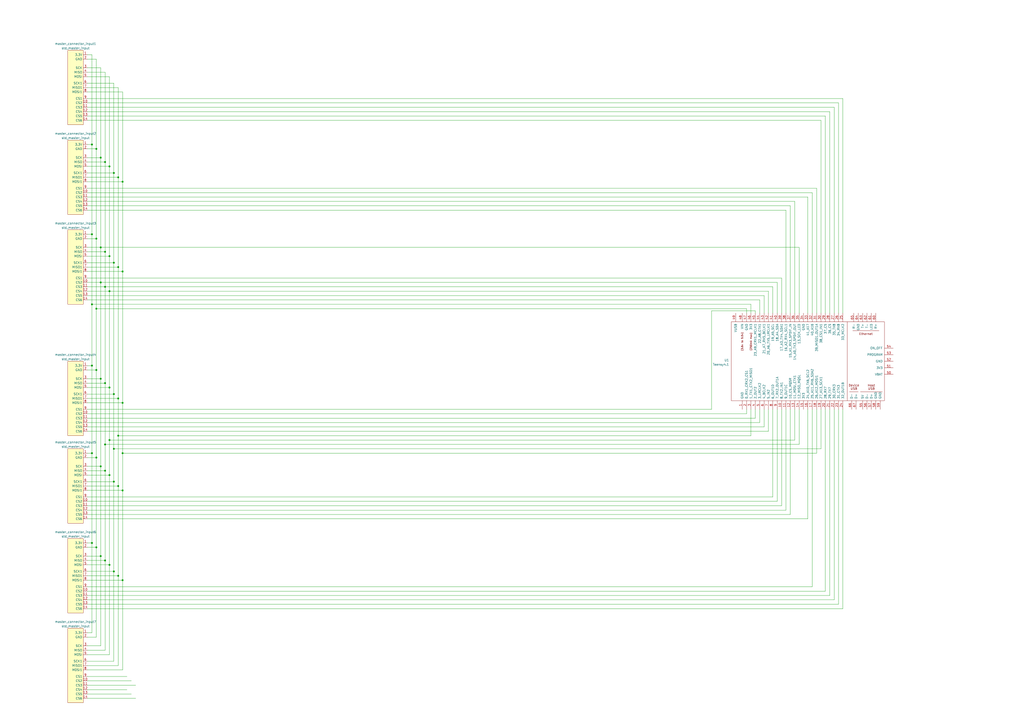
<source format=kicad_sch>
(kicad_sch (version 20230121) (generator eeschema)
  (paper "A2")
  (lib_symbols
    (symbol "BMP581_symbol:std_master_input"
      (property "Reference" "master_connector_input" (at -1.27 25.4 0))
      (property "Value" "std_master_input" (at 0 -21.59 0))
      (symbol "std_master_input_1_1"
        (rectangle (start -5.08 24.13) (end 3.81 -19.05) (fill (type background)))
        (pin input line (at 6.35 21.59 180) (length 2.54) (name "3.3V") (number "1"))
        (pin input line (at 6.35 -6.35 180) (length 2.54) (name "CS2") (number "10"))
        (pin input line (at 6.35 -8.89 180) (length 2.54) (name "CS3") (number "11"))
        (pin input line (at 6.35 -11.43 180) (length 2.54) (name "CS4") (number "12"))
        (pin input line (at 6.35 -13.97 180) (length 2.54) (name "CS5") (number "13"))
        (pin input line (at 6.35 -16.51 180) (length 2.54) (name "CS6") (number "14"))
        (pin input line (at 6.35 19.05 180) (length 2.54) (name "GND") (number "2"))
        (pin input line (at 6.35 13.97 180) (length 2.54) (name "SCK") (number "3"))
        (pin input line (at 6.35 11.43 180) (length 2.54) (name "MISO") (number "4"))
        (pin input line (at 6.35 8.89 180) (length 2.54) (name "MOSI") (number "5"))
        (pin input line (at 6.35 5.08 180) (length 2.54) (name "SCK1") (number "6"))
        (pin input line (at 6.35 2.54 180) (length 2.54) (name "MISO1") (number "7"))
        (pin input line (at 6.35 0 180) (length 2.54) (name "MOSI1") (number "8"))
        (pin input line (at 6.35 -3.81 180) (length 2.54) (name "CS1") (number "9"))
      )
    )
    (symbol "teensy:Teensy4.1" (pin_names (offset 1.016))
      (property "Reference" "U" (at 0 64.77 0))
      (property "Value" "Teensy4.1" (at 0 62.23 0))
      (symbol "Teensy4.1_0_0"
        (polyline (pts (xy -22.86 -6.35) (xy 22.86 -6.35)))
        (polyline (pts (xy -17.78 -26.67) (xy -17.78 -13.97)))
        (polyline (pts (xy -17.78 -7.62) (xy -17.78 -12.7)))
        (polyline (pts (xy 17.78 -9.525) (xy 17.78 -24.765)))
        (text "(250mA max)" (at 11.43 49.53 0) (effects (font (size 1.016 1.016))))
        (text "(3.6v to 5.5v)" (at 11.43 54.61 0) (effects (font (size 1.016 1.016))))
        (text "Device" (at -13.97 -10.16 900) (effects (font (size 1.27 1.27))))
        (text "Ethernet" (at 15.875 -17.145 900) (effects (font (size 1.27 1.27))))
        (text "Host" (at -13.97 -20.32 900) (effects (font (size 1.27 1.27))))
        (text "USB" (at -15.875 -20.32 900) (effects (font (size 1.27 1.27))))
        (text "USB" (at -15.875 -10.16 900) (effects (font (size 1.27 1.27))))
        (pin bidirectional line (at -27.94 31.75 0) (length 5.08) (name "8_TX2_IN1") (number "10"))
        (pin bidirectional line (at -27.94 29.21 0) (length 5.08) (name "9_OUT1C") (number "11"))
        (pin bidirectional line (at -27.94 26.67 0) (length 5.08) (name "10_CS_MQSR") (number "12"))
        (pin bidirectional line (at -27.94 24.13 0) (length 5.08) (name "11_MOSI_CTX1") (number "13"))
        (pin bidirectional line (at -27.94 21.59 0) (length 5.08) (name "12_MISO_MQSL") (number "14"))
        (pin power_in line (at -27.94 19.05 0) (length 5.08) (name "3V3") (number "15"))
        (pin bidirectional line (at -27.94 16.51 0) (length 5.08) (name "24_A10_TX6_SCL2") (number "16"))
        (pin bidirectional line (at -27.94 13.97 0) (length 5.08) (name "25_A11_RX6_SDA2") (number "17"))
        (pin bidirectional line (at -27.94 11.43 0) (length 5.08) (name "26_A12_MOSI1") (number "18"))
        (pin bidirectional line (at -27.94 8.89 0) (length 5.08) (name "27_A13_SCK1") (number "19"))
        (pin bidirectional line (at -27.94 6.35 0) (length 5.08) (name "28_RX7") (number "20"))
        (pin bidirectional line (at -27.94 3.81 0) (length 5.08) (name "29_TX7") (number "21"))
        (pin bidirectional line (at -27.94 1.27 0) (length 5.08) (name "30_CRX3") (number "22"))
        (pin bidirectional line (at -27.94 -1.27 0) (length 5.08) (name "31_CTX3") (number "23"))
        (pin bidirectional line (at -27.94 -3.81 0) (length 5.08) (name "32_OUT1B") (number "24"))
        (pin bidirectional line (at 27.94 -3.81 180) (length 5.08) (name "33_MCLK2") (number "25"))
        (pin bidirectional line (at 27.94 -1.27 180) (length 5.08) (name "34_RX8") (number "26"))
        (pin bidirectional line (at 27.94 1.27 180) (length 5.08) (name "35_TX8") (number "27"))
        (pin bidirectional line (at 27.94 3.81 180) (length 5.08) (name "36_CS") (number "28"))
        (pin bidirectional line (at 27.94 6.35 180) (length 5.08) (name "37_CS") (number "29"))
        (pin bidirectional line (at 27.94 8.89 180) (length 5.08) (name "38_CS1_IN1") (number "30"))
        (pin bidirectional line (at 27.94 11.43 180) (length 5.08) (name "39_MISO1_OUT1A") (number "31"))
        (pin bidirectional line (at 27.94 13.97 180) (length 5.08) (name "40_A16") (number "32"))
        (pin bidirectional line (at 27.94 16.51 180) (length 5.08) (name "41_A17") (number "33"))
        (pin bidirectional line (at 27.94 21.59 180) (length 5.08) (name "13_SCK_LED") (number "35"))
        (pin bidirectional line (at 27.94 24.13 180) (length 5.08) (name "14_A0_TX3_SPDIF_OUT") (number "36"))
        (pin bidirectional line (at 27.94 26.67 180) (length 5.08) (name "15_A1_RX3_SPDIF_IN") (number "37"))
        (pin bidirectional line (at 27.94 29.21 180) (length 5.08) (name "16_A2_RX4_SCL1") (number "38"))
        (pin bidirectional line (at 27.94 31.75 180) (length 5.08) (name "17_A3_TX4_SDA1") (number "39"))
        (pin bidirectional line (at 27.94 34.29 180) (length 5.08) (name "18_A4_SDA") (number "40"))
        (pin bidirectional line (at 27.94 36.83 180) (length 5.08) (name "19_A5_SCL") (number "41"))
        (pin bidirectional line (at 27.94 39.37 180) (length 5.08) (name "20_A6_TX5_LRCLK1") (number "42"))
        (pin bidirectional line (at 27.94 41.91 180) (length 5.08) (name "21_A7_RX5_BCLK1") (number "43"))
        (pin bidirectional line (at 27.94 44.45 180) (length 5.08) (name "22_A8_CTX1") (number "44"))
        (pin bidirectional line (at 27.94 46.99 180) (length 5.08) (name "23_A9_CRX1_MCLK1") (number "45"))
        (pin output line (at 27.94 49.53 180) (length 5.08) (name "3V3") (number "46"))
        (pin output line (at 27.94 52.07 180) (length 5.08) (name "GND") (number "47"))
        (pin power_in line (at 27.94 54.61 180) (length 5.08) (name "VIN") (number "48"))
        (pin power_out line (at 27.94 58.42 180) (length 5.08) (name "VUSB") (number "49"))
        (pin bidirectional line (at -27.94 44.45 0) (length 5.08) (name "3_LRCLK2") (number "5"))
        (pin power_in line (at -7.62 -33.02 90) (length 5.08) (name "VBAT") (number "50"))
        (pin power_in line (at -3.81 -33.02 90) (length 5.08) (name "3V3") (number "51"))
        (pin input line (at 0 -33.02 90) (length 5.08) (name "GND") (number "52"))
        (pin input line (at 3.81 -33.02 90) (length 5.08) (name "PROGRAM") (number "53"))
        (pin input line (at 7.62 -33.02 90) (length 5.08) (name "ON_OFF") (number "54"))
        (pin power_out line (at -27.94 -15.24 0) (length 5.08) (name "5V") (number "55"))
        (pin bidirectional line (at -27.94 -17.78 0) (length 5.08) (name "D-") (number "56"))
        (pin bidirectional line (at -27.94 -20.32 0) (length 5.08) (name "D+") (number "57"))
        (pin power_in line (at -27.94 -22.86 0) (length 5.08) (name "GND") (number "58"))
        (pin power_in line (at -27.94 -25.4 0) (length 5.08) (name "GND") (number "59"))
        (pin bidirectional line (at -27.94 41.91 0) (length 5.08) (name "4_BCLK2") (number "6"))
        (pin bidirectional line (at 27.94 -22.86 180) (length 5.08) (name "R+") (number "60"))
        (pin bidirectional line (at 27.94 -20.32 180) (length 5.08) (name "LED") (number "61"))
        (pin bidirectional line (at 27.94 -17.78 180) (length 5.08) (name "T-") (number "62"))
        (pin bidirectional line (at 27.94 -15.24 180) (length 5.08) (name "T+") (number "63"))
        (pin power_in line (at 27.94 -12.7 180) (length 5.08) (name "GND") (number "64"))
        (pin bidirectional line (at 27.94 -10.16 180) (length 5.08) (name "R-") (number "65"))
        (pin bidirectional line (at -27.94 -8.89 0) (length 5.08) (name "D-") (number "66"))
        (pin bidirectional line (at -27.94 -11.43 0) (length 5.08) (name "D+") (number "67"))
        (pin bidirectional line (at -27.94 39.37 0) (length 5.08) (name "5_IN2") (number "7"))
        (pin bidirectional line (at -27.94 36.83 0) (length 5.08) (name "6_OUT1D") (number "8"))
        (pin bidirectional line (at -27.94 34.29 0) (length 5.08) (name "7_RX2_OUT1A") (number "9"))
      )
      (symbol "Teensy4.1_0_1"
        (rectangle (start -22.86 60.96) (end 22.86 -27.94))
        (rectangle (start -20.32 -1.27) (end -20.32 -1.27))
      )
      (symbol "Teensy4.1_1_1"
        (pin power_in line (at -27.94 54.61 0) (length 5.08) (name "GND") (number "1"))
        (pin bidirectional line (at -27.94 52.07 0) (length 5.08) (name "0_RX1_CRX2_CS1") (number "2"))
        (pin bidirectional line (at -27.94 49.53 0) (length 5.08) (name "1_TX1_CTX2_MISO1") (number "3"))
        (pin power_in line (at 27.94 19.05 180) (length 5.08) (name "GND") (number "34"))
        (pin bidirectional line (at -27.94 46.99 0) (length 5.08) (name "2_OUT2") (number "4"))
      )
    )
  )
  (junction (at 53.34 83.82))
  (junction (at 63.5 224.79))
  (junction (at 71.12 233.68))
  (junction (at 60.96 325.12))
  (junction (at 66.04 279.4))
  (junction (at 63.5 255.27))
  (junction (at 66.04 260.35))
  (junction (at 60.96 146.05))
  (junction (at 60.96 257.81))
  (junction (at 58.42 219.71))
  (junction (at 66.04 100.33))
  (junction (at 53.34 314.96))
  (junction (at 58.42 270.51))
  (junction (at 68.58 154.94))
  (junction (at 55.88 265.43))
  (junction (at 66.04 228.6))
  (junction (at 60.96 93.98))
  (junction (at 53.34 135.89))
  (junction (at 63.5 275.59))
  (junction (at 63.5 96.52))
  (junction (at 53.34 262.89))
  (junction (at 63.5 327.66))
  (junction (at 58.42 163.83))
  (junction (at 60.96 273.05))
  (junction (at 68.58 281.94))
  (junction (at 53.34 176.53))
  (junction (at 68.58 334.01))
  (junction (at 55.88 138.43))
  (junction (at 53.34 212.09))
  (junction (at 71.12 105.41))
  (junction (at 60.96 166.37))
  (junction (at 55.88 317.5))
  (junction (at 55.88 86.36))
  (junction (at 55.88 179.07))
  (junction (at 71.12 336.55))
  (junction (at 66.04 331.47))
  (junction (at 68.58 231.14))
  (junction (at 71.12 284.48))
  (junction (at 71.12 262.89))
  (junction (at 66.04 152.4))
  (junction (at 63.5 148.59))
  (junction (at 58.42 143.51))
  (junction (at 55.88 214.63))
  (junction (at 68.58 252.73))
  (junction (at 71.12 157.48))
  (junction (at 58.42 91.44))
  (junction (at 58.42 322.58))
  (junction (at 63.5 168.91))
  (junction (at 60.96 222.25))
  (junction (at 68.58 102.87))
  (wire (pts (xy 58.42 219.71) (xy 50.8 219.71)))
  (wire (pts (xy 50.8 62.23) (xy 483.87 62.23)))
  (wire (pts (xy 53.34 135.89) (xy 53.34 176.53)))
  (wire (pts (xy 71.12 105.41) (xy 50.8 105.41)))
  (wire (pts (xy 50.8 342.9) (xy 478.79 342.9)))
  (wire (pts (xy 463.55 257.81) (xy 60.96 257.81)))
  (wire (pts (xy 55.88 179.07) (xy 55.88 214.63)))
  (wire (pts (xy 483.87 237.49) (xy 483.87 347.98)))
  (wire (pts (xy 50.8 369.57) (xy 55.88 369.57)))
  (wire (pts (xy 55.88 317.5) (xy 50.8 317.5)))
  (wire (pts (xy 50.8 397.51) (xy 78.74 397.51)))
  (wire (pts (xy 50.8 242.57) (xy 438.15 242.57)))
  (wire (pts (xy 58.42 91.44) (xy 58.42 39.37)))
  (wire (pts (xy 66.04 152.4) (xy 66.04 228.6)))
  (wire (pts (xy 58.42 39.37) (xy 50.8 39.37)))
  (wire (pts (xy 453.39 237.49) (xy 453.39 293.37)))
  (wire (pts (xy 50.8 166.37) (xy 60.96 166.37)))
  (wire (pts (xy 50.8 250.19) (xy 445.77 250.19)))
  (wire (pts (xy 71.12 53.34) (xy 71.12 105.41)))
  (wire (pts (xy 458.47 237.49) (xy 458.47 298.45)))
  (wire (pts (xy 63.5 168.91) (xy 63.5 148.59)))
  (wire (pts (xy 50.8 290.83) (xy 450.85 290.83)))
  (wire (pts (xy 68.58 334.01) (xy 50.8 334.01)))
  (wire (pts (xy 55.88 138.43) (xy 50.8 138.43)))
  (wire (pts (xy 53.34 262.89) (xy 53.34 314.96)))
  (wire (pts (xy 481.33 181.61) (xy 481.33 64.77)))
  (wire (pts (xy 433.07 240.03) (xy 433.07 237.49)))
  (wire (pts (xy 66.04 48.26) (xy 66.04 100.33)))
  (wire (pts (xy 71.12 157.48) (xy 50.8 157.48)))
  (wire (pts (xy 66.04 100.33) (xy 50.8 100.33)))
  (wire (pts (xy 53.34 176.53) (xy 435.61 176.53)))
  (wire (pts (xy 463.55 143.51) (xy 58.42 143.51)))
  (wire (pts (xy 50.8 109.22) (xy 473.71 109.22)))
  (wire (pts (xy 435.61 181.61) (xy 435.61 176.53)))
  (wire (pts (xy 71.12 262.89) (xy 71.12 284.48)))
  (wire (pts (xy 60.96 166.37) (xy 448.31 166.37)))
  (wire (pts (xy 63.5 327.66) (xy 50.8 327.66)))
  (wire (pts (xy 55.88 86.36) (xy 55.88 34.29)))
  (wire (pts (xy 483.87 181.61) (xy 483.87 62.23)))
  (wire (pts (xy 50.8 48.26) (xy 66.04 48.26)))
  (wire (pts (xy 71.12 157.48) (xy 71.12 233.68)))
  (wire (pts (xy 66.04 331.47) (xy 66.04 383.54)))
  (wire (pts (xy 60.96 273.05) (xy 60.96 325.12)))
  (wire (pts (xy 63.5 224.79) (xy 63.5 168.91)))
  (wire (pts (xy 50.8 293.37) (xy 453.39 293.37)))
  (wire (pts (xy 450.85 290.83) (xy 450.85 237.49)))
  (wire (pts (xy 50.8 161.29) (xy 453.39 161.29)))
  (wire (pts (xy 50.8 353.06) (xy 488.95 353.06)))
  (wire (pts (xy 55.88 34.29) (xy 50.8 34.29)))
  (wire (pts (xy 50.8 119.38) (xy 458.47 119.38)))
  (wire (pts (xy 443.23 247.65) (xy 443.23 237.49)))
  (wire (pts (xy 63.5 255.27) (xy 63.5 275.59)))
  (wire (pts (xy 476.25 260.35) (xy 66.04 260.35)))
  (wire (pts (xy 471.17 237.49) (xy 471.17 340.36)))
  (wire (pts (xy 50.8 59.69) (xy 486.41 59.69)))
  (wire (pts (xy 71.12 284.48) (xy 71.12 336.55)))
  (wire (pts (xy 463.55 181.61) (xy 463.55 143.51)))
  (wire (pts (xy 50.8 237.49) (xy 412.75 237.49)))
  (wire (pts (xy 63.5 96.52) (xy 63.5 44.45)))
  (wire (pts (xy 53.34 212.09) (xy 53.34 262.89)))
  (wire (pts (xy 461.01 237.49) (xy 461.01 255.27)))
  (wire (pts (xy 58.42 374.65) (xy 58.42 322.58)))
  (wire (pts (xy 71.12 388.62) (xy 50.8 388.62)))
  (wire (pts (xy 71.12 233.68) (xy 50.8 233.68)))
  (wire (pts (xy 58.42 219.71) (xy 58.42 163.83)))
  (wire (pts (xy 448.31 181.61) (xy 448.31 166.37)))
  (wire (pts (xy 50.8 67.31) (xy 478.79 67.31)))
  (wire (pts (xy 50.8 121.92) (xy 455.93 121.92)))
  (wire (pts (xy 68.58 252.73) (xy 68.58 281.94)))
  (wire (pts (xy 438.15 242.57) (xy 438.15 237.49)))
  (wire (pts (xy 455.93 181.61) (xy 455.93 121.92)))
  (wire (pts (xy 68.58 231.14) (xy 50.8 231.14)))
  (wire (pts (xy 440.69 237.49) (xy 440.69 245.11)))
  (wire (pts (xy 68.58 102.87) (xy 50.8 102.87)))
  (wire (pts (xy 50.8 69.85) (xy 476.25 69.85)))
  (wire (pts (xy 60.96 325.12) (xy 50.8 325.12)))
  (wire (pts (xy 60.96 166.37) (xy 60.96 146.05)))
  (wire (pts (xy 78.74 405.13) (xy 50.8 405.13)))
  (wire (pts (xy 60.96 93.98) (xy 50.8 93.98)))
  (wire (pts (xy 50.8 111.76) (xy 471.17 111.76)))
  (wire (pts (xy 50.8 379.73) (xy 63.5 379.73)))
  (wire (pts (xy 63.5 148.59) (xy 50.8 148.59)))
  (wire (pts (xy 68.58 154.94) (xy 68.58 231.14)))
  (wire (pts (xy 50.8 350.52) (xy 486.41 350.52)))
  (wire (pts (xy 68.58 334.01) (xy 68.58 281.94)))
  (wire (pts (xy 58.42 322.58) (xy 58.42 270.51)))
  (wire (pts (xy 68.58 154.94) (xy 50.8 154.94)))
  (wire (pts (xy 60.96 377.19) (xy 50.8 377.19)))
  (wire (pts (xy 53.34 31.75) (xy 53.34 83.82)))
  (wire (pts (xy 53.34 212.09) (xy 50.8 212.09)))
  (wire (pts (xy 50.8 245.11) (xy 440.69 245.11)))
  (wire (pts (xy 66.04 279.4) (xy 50.8 279.4)))
  (wire (pts (xy 71.12 284.48) (xy 50.8 284.48)))
  (wire (pts (xy 63.5 168.91) (xy 445.77 168.91)))
  (wire (pts (xy 63.5 275.59) (xy 63.5 327.66)))
  (wire (pts (xy 58.42 270.51) (xy 58.42 219.71)))
  (wire (pts (xy 53.34 262.89) (xy 50.8 262.89)))
  (wire (pts (xy 66.04 152.4) (xy 50.8 152.4)))
  (wire (pts (xy 76.2 402.59) (xy 50.8 402.59)))
  (wire (pts (xy 68.58 252.73) (xy 68.58 231.14)))
  (wire (pts (xy 68.58 154.94) (xy 68.58 102.87)))
  (wire (pts (xy 468.63 237.49) (xy 468.63 300.99)))
  (wire (pts (xy 53.34 367.03) (xy 50.8 367.03)))
  (wire (pts (xy 55.88 179.07) (xy 55.88 138.43)))
  (wire (pts (xy 450.85 163.83) (xy 450.85 181.61)))
  (wire (pts (xy 55.88 86.36) (xy 50.8 86.36)))
  (wire (pts (xy 53.34 83.82) (xy 53.34 135.89)))
  (wire (pts (xy 448.31 237.49) (xy 448.31 288.29)))
  (wire (pts (xy 50.8 116.84) (xy 461.01 116.84)))
  (wire (pts (xy 73.66 400.05) (xy 50.8 400.05)))
  (wire (pts (xy 478.79 237.49) (xy 478.79 342.9)))
  (wire (pts (xy 60.96 146.05) (xy 50.8 146.05)))
  (wire (pts (xy 461.01 181.61) (xy 461.01 116.84)))
  (wire (pts (xy 60.96 41.91) (xy 60.96 93.98)))
  (wire (pts (xy 63.5 96.52) (xy 50.8 96.52)))
  (wire (pts (xy 471.17 111.76) (xy 471.17 181.61)))
  (wire (pts (xy 50.8 64.77) (xy 481.33 64.77)))
  (wire (pts (xy 412.75 180.34) (xy 412.75 237.49)))
  (wire (pts (xy 66.04 279.4) (xy 66.04 331.47)))
  (wire (pts (xy 481.33 345.44) (xy 481.33 237.49)))
  (wire (pts (xy 486.41 181.61) (xy 486.41 59.69)))
  (wire (pts (xy 435.61 252.73) (xy 435.61 237.49)))
  (wire (pts (xy 66.04 228.6) (xy 66.04 260.35)))
  (wire (pts (xy 50.8 53.34) (xy 71.12 53.34)))
  (wire (pts (xy 60.96 257.81) (xy 60.96 273.05)))
  (wire (pts (xy 68.58 281.94) (xy 50.8 281.94)))
  (wire (pts (xy 445.77 168.91) (xy 445.77 181.61)))
  (wire (pts (xy 58.42 143.51) (xy 58.42 91.44)))
  (wire (pts (xy 55.88 265.43) (xy 50.8 265.43)))
  (wire (pts (xy 53.34 83.82) (xy 50.8 83.82)))
  (wire (pts (xy 476.25 237.49) (xy 476.25 260.35)))
  (wire (pts (xy 60.96 273.05) (xy 50.8 273.05)))
  (wire (pts (xy 473.71 181.61) (xy 473.71 109.22)))
  (wire (pts (xy 412.75 180.34) (xy 438.15 180.34)))
  (wire (pts (xy 443.23 181.61) (xy 443.23 171.45)))
  (wire (pts (xy 60.96 222.25) (xy 50.8 222.25)))
  (wire (pts (xy 58.42 322.58) (xy 50.8 322.58)))
  (wire (pts (xy 50.8 394.97) (xy 76.2 394.97)))
  (wire (pts (xy 55.88 214.63) (xy 50.8 214.63)))
  (wire (pts (xy 50.8 300.99) (xy 468.63 300.99)))
  (wire (pts (xy 461.01 255.27) (xy 63.5 255.27)))
  (wire (pts (xy 66.04 331.47) (xy 50.8 331.47)))
  (wire (pts (xy 50.8 163.83) (xy 58.42 163.83)))
  (wire (pts (xy 63.5 148.59) (xy 63.5 96.52)))
  (wire (pts (xy 486.41 350.52) (xy 486.41 237.49)))
  (wire (pts (xy 55.88 179.07) (xy 433.07 179.07)))
  (wire (pts (xy 60.96 222.25) (xy 60.96 257.81)))
  (wire (pts (xy 463.55 237.49) (xy 463.55 257.81)))
  (wire (pts (xy 66.04 100.33) (xy 66.04 152.4)))
  (wire (pts (xy 71.12 105.41) (xy 71.12 157.48)))
  (wire (pts (xy 50.8 57.15) (xy 488.95 57.15)))
  (wire (pts (xy 63.5 379.73) (xy 63.5 327.66)))
  (wire (pts (xy 53.34 314.96) (xy 50.8 314.96)))
  (wire (pts (xy 50.8 392.43) (xy 73.66 392.43)))
  (wire (pts (xy 66.04 383.54) (xy 50.8 383.54)))
  (wire (pts (xy 58.42 163.83) (xy 58.42 143.51)))
  (wire (pts (xy 63.5 224.79) (xy 50.8 224.79)))
  (wire (pts (xy 71.12 336.55) (xy 50.8 336.55)))
  (wire (pts (xy 453.39 181.61) (xy 453.39 161.29)))
  (wire (pts (xy 50.8 386.08) (xy 68.58 386.08)))
  (wire (pts (xy 60.96 166.37) (xy 60.96 222.25)))
  (wire (pts (xy 433.07 181.61) (xy 433.07 179.07)))
  (wire (pts (xy 440.69 173.99) (xy 440.69 181.61)))
  (wire (pts (xy 68.58 386.08) (xy 68.58 334.01)))
  (wire (pts (xy 455.93 295.91) (xy 455.93 237.49)))
  (wire (pts (xy 55.88 265.43) (xy 55.88 214.63)))
  (wire (pts (xy 71.12 336.55) (xy 71.12 388.62)))
  (wire (pts (xy 50.8 345.44) (xy 481.33 345.44)))
  (wire (pts (xy 488.95 181.61) (xy 488.95 57.15)))
  (wire (pts (xy 50.8 340.36) (xy 471.17 340.36)))
  (wire (pts (xy 68.58 252.73) (xy 435.61 252.73)))
  (wire (pts (xy 50.8 374.65) (xy 58.42 374.65)))
  (wire (pts (xy 58.42 270.51) (xy 50.8 270.51)))
  (wire (pts (xy 50.8 240.03) (xy 433.07 240.03)))
  (wire (pts (xy 50.8 347.98) (xy 483.87 347.98)))
  (wire (pts (xy 53.34 314.96) (xy 53.34 367.03)))
  (wire (pts (xy 58.42 143.51) (xy 50.8 143.51)))
  (wire (pts (xy 63.5 275.59) (xy 50.8 275.59)))
  (wire (pts (xy 66.04 260.35) (xy 66.04 279.4)))
  (wire (pts (xy 50.8 31.75) (xy 53.34 31.75)))
  (wire (pts (xy 50.8 247.65) (xy 443.23 247.65)))
  (wire (pts (xy 58.42 163.83) (xy 450.85 163.83)))
  (wire (pts (xy 50.8 41.91) (xy 60.96 41.91)))
  (wire (pts (xy 50.8 295.91) (xy 455.93 295.91)))
  (wire (pts (xy 473.71 237.49) (xy 473.71 262.89)))
  (wire (pts (xy 53.34 176.53) (xy 53.34 212.09)))
  (wire (pts (xy 488.95 237.49) (xy 488.95 353.06)))
  (wire (pts (xy 63.5 44.45) (xy 50.8 44.45)))
  (wire (pts (xy 55.88 369.57) (xy 55.88 317.5)))
  (wire (pts (xy 55.88 317.5) (xy 55.88 265.43)))
  (wire (pts (xy 438.15 181.61) (xy 438.15 180.34)))
  (wire (pts (xy 66.04 228.6) (xy 50.8 228.6)))
  (wire (pts (xy 458.47 119.38) (xy 458.47 181.61)))
  (wire (pts (xy 445.77 237.49) (xy 445.77 250.19)))
  (wire (pts (xy 50.8 114.3) (xy 468.63 114.3)))
  (wire (pts (xy 473.71 262.89) (xy 71.12 262.89)))
  (wire (pts (xy 468.63 181.61) (xy 468.63 114.3)))
  (wire (pts (xy 63.5 224.79) (xy 63.5 255.27)))
  (wire (pts (xy 60.96 325.12) (xy 60.96 377.19)))
  (wire (pts (xy 476.25 69.85) (xy 476.25 181.61)))
  (wire (pts (xy 50.8 288.29) (xy 448.31 288.29)))
  (wire (pts (xy 55.88 138.43) (xy 55.88 86.36)))
  (wire (pts (xy 50.8 298.45) (xy 458.47 298.45)))
  (wire (pts (xy 71.12 233.68) (xy 71.12 262.89)))
  (wire (pts (xy 53.34 135.89) (xy 50.8 135.89)))
  (wire (pts (xy 50.8 171.45) (xy 443.23 171.45)))
  (wire (pts (xy 68.58 50.8) (xy 50.8 50.8)))
  (wire (pts (xy 68.58 102.87) (xy 68.58 50.8)))
  (wire (pts (xy 60.96 93.98) (xy 60.96 146.05)))
  (wire (pts (xy 478.79 67.31) (xy 478.79 181.61)))
  (wire (pts (xy 50.8 173.99) (xy 440.69 173.99)))
  (wire (pts (xy 63.5 168.91) (xy 50.8 168.91)))
  (wire (pts (xy 58.42 91.44) (xy 50.8 91.44)))
  (symbol (lib_id "BMP581_symbol:std_master_input") (at 44.45 388.62 0) (unit 1)
    (property "Reference" "master_connector_input7" (at 43.815 360.68 0))
    (property "Value" "std_master_input" (at 43.815 363.22 0))
  )
  (symbol (lib_id "BMP581_symbol:std_master_input") (at 44.45 284.48 0) (unit 1)
    (property "Reference" "master_connector_input5" (at 43.815 256.54 0))
    (property "Value" "std_master_input" (at 43.815 259.08 0))
  )
  (symbol (lib_id "BMP581_symbol:std_master_input") (at 44.45 336.55 0) (unit 1)
    (property "Reference" "master_connector_input6" (at 43.815 308.61 0))
    (property "Value" "std_master_input" (at 43.815 311.15 0))
  )
  (symbol (lib_id "BMP581_symbol:std_master_input") (at 44.45 233.68 0) (unit 1)
    (property "Reference" "master_connector_input4" (at 43.815 205.74 0))
    (property "Value" "std_master_input" (at 43.815 208.28 0))
  )
  (symbol (lib_id "teensy:Teensy4.1") (at 485.14 209.55 90) (unit 1)
    (property "Reference" "U1" (at 422.91 208.915 90) (effects (justify left)))
    (property "Value" "Teensy4.1" (at 422.91 211.455 90) (effects (justify left)))
  )
  (symbol (lib_id "BMP581_symbol:std_master_input") (at 44.45 105.41 0) (unit 1)
    (property "Reference" "master_connector_input2" (at 43.815 77.47 0))
    (property "Value" "std_master_input" (at 43.815 80.01 0))
  )
  (symbol (lib_id "BMP581_symbol:std_master_input") (at 44.45 53.34 0) (unit 1)
    (property "Reference" "master_connector_input1" (at 43.815 25.4 0))
    (property "Value" "std_master_input" (at 43.815 27.94 0))
  )
  (symbol (lib_id "BMP581_symbol:std_master_input") (at 44.45 157.48 0) (unit 1)
    (property "Reference" "master_connector_input3" (at 43.815 129.54 0))
    (property "Value" "std_master_input" (at 43.815 132.08 0))
  )
)
</source>
